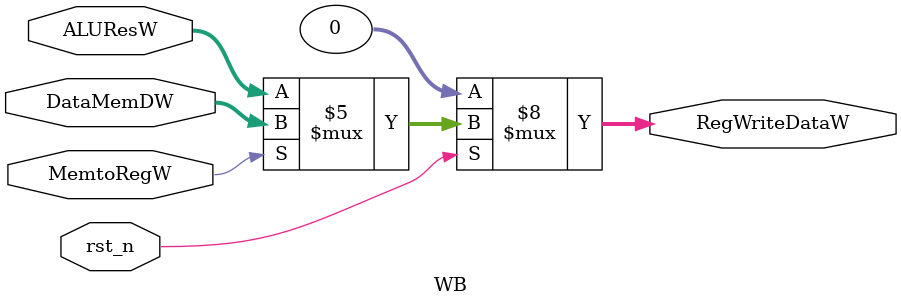
<source format=v>
`timescale 1ns / 1ps
module WB(
input rst_n,
input MemtoRegW,
input [31:0] DataMemDW,
input [31:0] ALUResW,
output reg [31:0] RegWriteDataW
    );

always@(*) begin
	if(~rst_n) begin
		RegWriteDataW <= 0;
	end
	else begin
		if(MemtoRegW == 1)
			RegWriteDataW <= DataMemDW;
		else
			RegWriteDataW <= ALUResW;
	end
end

endmodule

</source>
